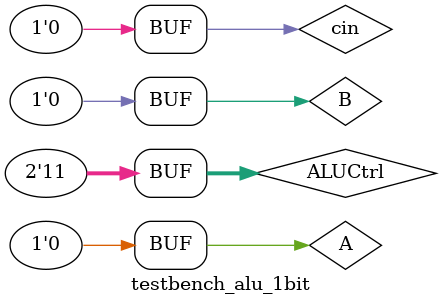
<source format=v>
`timescale 1ns / 1ps


module testbench_alu_1bit;

    reg A;
    reg B;
    reg cin;
    reg [1:0] ALUCtrl;
    wire overflow;
    wire S;
    
    alu uut(
        .A(A),
        .B(B),
        .cin(cin),
        .ALUCtrl(ALUCtrl),
        .overflow(overflow),
        .S(S)
    );
    
    initial begin
        A = 0;
        B = 0;
        cin = 0;
        // ALUCtrl = 00 -> AND Op
        ALUCtrl = 2'b00;
        #25
        A = 1;
        #25
        A = 0;
        B = 1;
        #25
        A = 1;
        // cin should not change output here
        #25
        cin = 1;
        #25
        cin = 0;
        #25
        
        A = 0;
        B = 0;
        // ALUCtrl = 01 -> OR Op
        ALUCtrl = 2'b01;
        #25
        A = 1;
        #25
        A = 0;
        B = 1;
        #25
        A = 1;
        // cin should not change output here
        #25
        cin = 1;
        #25
        cin = 0;
        #25

        A = 0;
        B = 0;
        // ALUCtrl = 10 -> ADD Op
        ALUCtrl = 2'b10;
        // cin = 0
        #25
        A = 1;
        #25
        A = 0;
        B = 1;
        #25
        A = 1;
        #25
        
        // cin = 1
        #25
        cin = 1;
        #25
        A = 1;
        #25
        A = 0;
        B = 1;
        #25
        A = 1;
        #25
        
        cin = 0;
        A = 0;
        B = 0;
        // ALUCtrl = 11 -> INVERT Op
        #25
        ALUCtrl = 2'b11;
        #25
        A = 1;
        #25
        B = 1;
        #25
        A = 0;
        #25
        cin = 1;
        #25
        cin = 0;
        #25
        B = 0;
        
        
    end
    
endmodule

</source>
